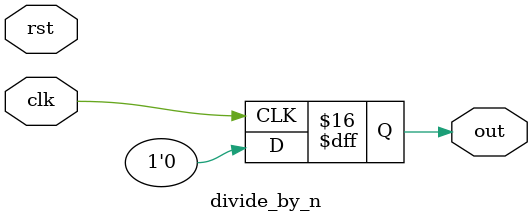
<source format=v>
module divide_by_n #(
    parameter N = 8,
    parameter BITS = $clog2(N),
) (
    input clk,
    input rst,
    output reg out,
  );

  reg [BITS-1:0] counter;

  always @(posedge clk) begin
    if (rst) begin
      counter <= 0;
      out <= 0;
    end else if (counter == N) begin
      counter <= 0;
      out <= 1;
    end else begin
      counter <= counter + 1;
      out <= 0;
    end
  end
endmodule

</source>
